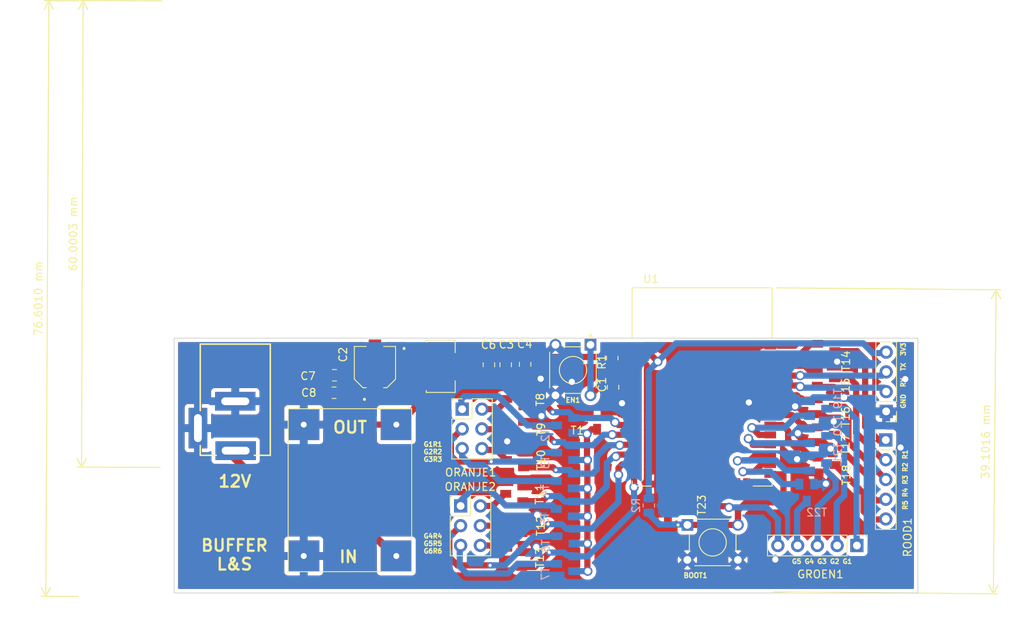
<source format=kicad_pcb>
(kicad_pcb (version 20211014) (generator pcbnew)
  (layers (0 "F.Cu" signal) (31 "B.Cu" signal) (34 "B.Paste" user) (35 "F.Paste" user) (36 "B.SilkS" user "B.Silkscreen") (37 "F.SilkS" user "F.Silkscreen") (38 "B.Mask" user) (39 "F.Mask" user) (44 "Edge.Cuts" user))
  (net 0 "")
  (net 1 "GND")
  (net 2 "r1")
  (net 3 "r2")
  (net 4 "r3")
  (net 5 "r4")
  (net 6 "r5")
  (net 7 "o1g")
  (net 8 "o1r")
  (net 9 "o2g")
  (net 10 "o2r")
  (net 11 "o3g")
  (net 12 "o3r")
  (net 13 "g1")
  (net 14 "g2")
  (net 15 "g3")
  (net 16 "g4")
  (net 17 "Net-(T1-Pad3)")
  (net 18 "Net-(T1-Pad1)")
  (net 19 "Net-(T2-Pad1)")
  (net 20 "Net-(T3-Pad1)")
  (net 21 "Net-(T10-Pad1)")
  (net 22 "Net-(T11-Pad1)")
  (net 23 "Net-(T12-Pad1)")
  (net 24 "Net-(T13-Pad1)")
  (net 25 "Net-(T14-Pad1)")
  (net 26 "Net-(T15-Pad1)")
  (net 27 "Net-(T16-Pad1)")
  (net 28 "Net-(T17-Pad1)")
  (net 29 "Net-(T18-Pad1)")
  (net 30 "Net-(T19-Pad1)")
  (net 31 "Net-(T20-Pad1)")
  (net 32 "Net-(T21-Pad1)")
  (net 33 "Net-(T22-Pad1)")
  (net 34 "Net-(T23-Pad1)")
  (net 48 "+3V3")
  (net 49 "Net-(J1-Pad2)")
  (net 50 "Net-(J1-Pad3)")
  (net 51 "Net-(C7-Pad2)")
  (net 52 "Net-(J2-Pad1)")
  (net 53 "o4g")
  (net 54 "o5g")
  (net 55 "o6g")
  (net 56 "o4r")
  (net 57 "o5r")
  (net 58 "o6r")
  (net 59 "g5")
  (net 60 "Net-(C1-Pad2)")
  (net 61 "Net-(R2-Pad2)")
  (footprint "libraries:CAP_EEE0JA101WR" (layer "F.Cu") (at 114.1 66.7 90)
    (fp_text reference "C2")
    (fp_text value "220u")
  )
  (footprint "libraries:SOT23" (layer "F.Cu") (at 172.05 71.8 -90)
    (fp_text reference "T16")
    (fp_text value "r3")
  )
  (footprint "libraries:GCT_DCJ200-10-A-XX-X_REVA" (layer "F.Cu") (at 96.15 70.9 180)
    (fp_text reference "J2")
    (fp_text value "DCJ200-10-A-XX-X_REVA" hide)
  )
  (footprint "Resistor_SMD:R_0805_2012Metric" (layer "F.Cu") (at 144.6 65.55 -90)
    (fp_text reference "R1")
    (fp_text value "10k")
  )
  (footprint "Connector_PinHeader_2.54mm:PinHeader_1x05_P2.54mm_Vertical" (layer "F.Cu") (at 176.04 89.65 -90)
    (fp_text reference "GROEN1")
    (fp_text value "Groen")
  )
  (footprint "Connector_PinHeader_2.54mm:PinHeader_1x05_P2.54mm_Vertical" (layer "F.Cu") (at 179.75 76.08)
    (fp_text reference "ROOD1")
    (fp_text value "Rood")
  )
  (footprint "libraries:SW_1825910-6-4" (layer "F.Cu") (at 157.5 89.25)
    (fp_text reference "BOOT1")
    (fp_text value "BOOT")
  )
  (footprint "Capacitor_SMD:C_0805_2012Metric" (layer "F.Cu") (at 128.75 66.4 -90)
    (fp_text reference "C6")
    (fp_text value "4.7u")
  )
  (footprint "libraries:SOT23" (layer "F.Cu") (at 132.1 78.65 90)
    (fp_text reference "T10")
    (fp_text value "o3r")
  )
  (footprint "libraries:SOT23" (layer "F.Cu") (at 172.1 64.65 -90)
    (fp_text reference "T14")
    (fp_text value "r1")
  )
  (footprint "libraries:SOT23" (layer "F.Cu") (at 132.15 70.8 90)
    (fp_text reference "T8")
    (fp_text value "o1r")
  )
  (footprint "libraries:SOT23" (layer "F.Cu") (at 142.65 73.6 180)
    (fp_text reference "T1")
    (fp_text value "signaal oranje")
  )
  (footprint "Capacitor_SMD:C_0805_2012Metric" (layer "F.Cu") (at 108.85 70)
    (fp_text reference "C7")
    (fp_text value "0.1u")
  )
  (footprint "libraries:Buck Converter" (layer "F.Cu") (at 110.914 82.449 -90)
    (fp_text reference "PS1" hide)
    (fp_text value "ITX0512SA" hide)
  )
  (footprint "libraries:XCVR_ESP32-WROOM-32E_(16MB)" (layer "F.Cu") (at 156.15 69.25)
    (fp_text reference "U1")
    (fp_text value "ESP32-WROOM-32E_(16MB)")
  )
  (footprint "libraries:SOT23" (layer "F.Cu") (at 152.85 84.6 -90)
    (fp_text reference "T23")
    (fp_text value "g5")
  )
  (footprint "Capacitor_SMD:C_0805_2012Metric" (layer "F.Cu") (at 130.9 66.4 -90)
    (fp_text reference "C3")
    (fp_text value "22u")
  )
  (footprint "libraries:SOT23" (layer "F.Cu") (at 131.85 91.45 90)
    (fp_text reference "T13")
    (fp_text value "06r")
  )
  (footprint "Capacitor_SMD:C_0805_2012Metric" (layer "F.Cu") (at 144.7 69.3 90)
    (fp_text reference "C1")
    (fp_text value "1u")
  )
  (footprint "Capacitor_SMD:C_0805_2012Metric" (layer "F.Cu") (at 133.4 66.35 -90)
    (fp_text reference "C4")
    (fp_text value "0.1u")
  )
  (footprint "Connector_PinHeader_2.54mm:PinHeader_1x04_P2.54mm_Vertical" (layer "F.Cu") (at 179.8 72.4 180)
    (fp_text reference "J1")
    (fp_text value "Conn_01x04_Female")
  )
  (footprint "libraries:SOT23" (layer "F.Cu") (at 172.05 68.15 -90)
    (fp_text reference "T15")
    (fp_text value "r2")
  )
  (footprint "libraries:SW_1825910-6-4" (layer "F.Cu") (at 139.55 67.085 -90)
    (fp_text reference "EN1")
    (fp_text value "ENABLE")
  )
  (footprint "libraries:SOT23" (layer "F.Cu") (at 132 83 90)
    (fp_text reference "T11")
    (fp_text value "o4r")
  )
  (footprint "libraries:SOT229P700X180-4N" (layer "F.Cu") (at 122.55 66.6)
    (fp_text reference "U2")
    (fp_text value "AMS1117")
  )
  (footprint "libraries:SOT23" (layer "F.Cu") (at 172.15 79.3 -90)
    (fp_text reference "T18")
    (fp_text value "r5")
  )
  (footprint "Connector_PinHeader_2.54mm:PinHeader_2x03_P2.54mm_Vertical" (layer "F.Cu") (at 125.11 84.56)
    (fp_text reference "ORANJE2")
    (fp_text value "Oranje2")
  )
  (footprint "libraries:SOT23" (layer "F.Cu") (at 132.1 74.7 90)
    (fp_text reference "T9")
    (fp_text value "o2r")
  )
  (footprint "libraries:SOT23" (layer "F.Cu") (at 131.9 87.1 90)
    (fp_text reference "T12")
    (fp_text value "o5r")
  )
  (footprint "Connector_PinHeader_2.54mm:PinHeader_2x03_P2.54mm_Vertical" (layer "F.Cu") (at 125.31 72.11)
    (fp_text reference "ORANJE1")
    (fp_text value "Oranje1")
  )
  (footprint "Capacitor_SMD:C_0805_2012Metric" (layer "F.Cu") (at 108.9 67.75 180)
    (fp_text reference "C8")
    (fp_text value "4.7u")
  )
  (footprint "libraries:SOT23" (layer "F.Cu") (at 172.05 75.4 -90)
    (fp_text reference "T17")
    (fp_text value "r4")
  )
  (footprint "libraries:SOT23" (layer "B.Cu") (at 171.05 75.55 90)
    (fp_text reference "T20")
    (fp_text value "g2")
  )
  (footprint "libraries:SOT23" (layer "B.Cu") (at 138.5 81.35 -90)
    (fp_text reference "T4")
    (fp_text value "o3g")
  )
  (footprint "libraries:SOT23" (layer "B.Cu") (at 171.05 72.05 90)
    (fp_text reference "T19")
    (fp_text value "g1")
  )
  (footprint "libraries:SOT23" (layer "B.Cu") (at 171.05 79.05 90)
    (fp_text reference "T21")
    (fp_text value "g3")
  )
  (footprint "libraries:SOT23" (layer "B.Cu") (at 138.55 74.2 -90)
    (fp_text reference "T2")
    (fp_text value "o1g")
  )
  (footprint "libraries:SOT23" (layer "B.Cu") (at 138.55 77.7 -90)
    (fp_text reference "T3")
    (fp_text value "o2g")
  )
  (footprint "libraries:SOT23" (layer "B.Cu") (at 138.5 84.95 -90)
    (fp_text reference "T5")
    (fp_text value "o4g")
  )
  (footprint "libraries:SOT23" (layer "B.Cu") (at 138.6 88.45 -90)
    (fp_text reference "T6")
    (fp_text value "o5g")
  )
  (footprint "libraries:SOT23" (layer "B.Cu") (at 138.55 92 -90)
    (fp_text reference "T7")
    (fp_text value "06g")
  )
  (footprint "Resistor_SMD:R_0805_2012Metric" (layer "B.Cu") (at 149.3 84.5 -90)
    (fp_text reference "R2")
    (fp_text value "10k")
  )
  (footprint "libraries:SOT23" (layer "B.Cu") (at 169.6 82.85)
    (fp_text reference "T22")
    (fp_text value "g4")
  )
  (gr_rect (start 88.3 62.98) (end 183.87 95.75) (layer "Edge.Cuts") (width 0.1) (fill none))
  (gr_text "12V" (at 96.1 81.4) (layer "F.SilkS") (effects (font (size 1.5 1.5) (thickness 0.3))))
  (gr_text "G1R1\nG2R2\nG3R3" (at 121.55 77.6) (layer "F.SilkS") (effects (font (size 0.6 0.6))))
  (gr_text "R5 R4 R3 R2 R1" (at 182.25 81.2 90) (layer "F.SilkS") (effects (font (size 0.6 0.6))))
  (gr_text "IN" (at 110.7 91.1) (layer "F.SilkS") (effects (font (size 1.5 1.5) (thickness 0.3))))
  (gr_text "G4R4\nG5R5\nG6R6" (at 121.55 89.4) (layer "F.SilkS") (effects (font (size 0.6 0.6))))
  (gr_text "GND  RX  TX  3V3" (at 182 67.8 90) (layer "F.SilkS") (effects (font (size 0.6 0.6))))
  (gr_text "G5 G4 G3 G2 G1" (at 171.55 91.7) (layer "F.SilkS") (effects (font (size 0.6 0.6))))
  (gr_text "OUT\n" (at 110.9 74.45) (layer "F.SilkS") (effects (font (size 1.5 1.5) (thickness 0.3))))
  (gr_text "BUFFER\nL&S" (at 96.05 90.85) (layer "F.SilkS") (effects (font (size 1.5 1.5) (thickness 0.3))))
  (dimension (type aligned) (layer "F.SilkS") (pts (xy 165.15 56.5) (xy 164.8 95.6)) (height -28.775573) (gr_text "39,1016 mm" (at 192.599466 76.297278 89.48713588) (layer "F.SilkS") (effects (font (size 1 1) (thickness 0.15)))) (format (units 3) (units_format 1) (precision 4)) (style (thickness 0.15) (arrow_length 1.27) (text_position_mode 0) (extension_height 0.58642) (extension_offset 0.5) keep_text_aligned))
  (dimension (type aligned) (layer "F.SilkS") (pts (xy 76.8 19.6) (xy 76.4 96.2)) (height 4.599937) (gr_text "76,6010 mm" (at 70.850142 57.869975 89.70080805) (layer "F.SilkS") (effects (font (size 1 1) (thickness 0.15)))) (format (units 3) (units_format 1) (precision 4)) (style (thickness 0.15) (arrow_length 1.27) (text_position_mode 0) (extension_height 0.58642) (extension_offset 0.5) keep_text_aligned))
  (dimension (type aligned) (layer "F.SilkS") (pts (xy 87 79.6) (xy 87.2 19.6)) (height -10.604607) (gr_text "60,0003 mm" (at 75.345458 49.560819 89.80901478) (layer "F.SilkS") (effects (font (size 1 1) (thickness 0.15)))) (format (units 3) (units_format 1) (precision 4)) (style (thickness 0.15) (arrow_length 1.27) (text_position_mode 0) (extension_height 0.58642) (extension_offset 0.5) keep_text_aligned))
  (segment (start 171.6 72.75) (end 172.55 73.7) (width 0.8) (layer "F.Cu") (net 1))
  (segment (start 170.95 72.75) (end 171.6 72.75) (width 0.8) (layer "F.Cu") (net 1))
  (segment (start 170.95 76.35) (end 171.8 76.35) (width 0.8) (layer "F.Cu") (net 1))
  (segment (start 171.05 80.7) (end 172.05 81.7) (width 0.8) (layer "F.Cu") (net 1))
  (segment (start 171.05 80.25) (end 170.05 80.25) (width 0.8) (layer "F.Cu") (net 1))
  (segment (start 170.95 69.1) (end 171.099511 69.249511) (width 0.8) (layer "F.Cu") (net 1))
  (segment (start 133.2 77.7) (end 132.55 77.7) (width 0.8) (layer "F.Cu") (net 1))
  (segment (start 170.05 80.25) (end 168.35 78.55) (width 0.8) (layer "F.Cu") (net 1))
  (segment (start 171 65.6) (end 171.4 66) (width 0.8) (layer "F.Cu") (net 1))
  (segment (start 171.8 76.35) (end 172.65 77.2) (width 0.8) (layer "F.Cu") (net 1))
  (segment (start 132.55 77.7) (end 131.1 76.25) (width 0.8) (layer "F.Cu") (net 1))
  (segment (start 171.099511 69.249511) (end 173.04718 69.249511) (width 0.8) (layer "F.Cu") (net 1))
  (segment (start 172.55 73.7) (end 173.05 73.7) (width 0.8) (layer "F.Cu") (net 1))
  (segment (start 173.04718 69.249511) (end 174.393729 70.59606) (width 0.8) (layer "F.Cu") (net 1))
  (segment (start 171.4 66) (end 173.5 66) (width 0.8) (layer "F.Cu") (net 1))
  (segment (start 171.05 80.25) (end 171.05 80.7) (width 0.8) (layer "F.Cu") (net 1))
  (via (at 145.85 71.35) (size 1.2) (drill 0.8) (layers "F.Cu" "B.Cu") (net 1))
  (via (at 139.4 68.6) (size 1.2) (drill 0.8) (layers "F.Cu" "B.Cu") (net 1))
  (via (at 174.393729 70.59606) (size 1.2) (drill 0.8) (layers "F.Cu" "B.Cu") (net 1))
  (via (at 182.25 68.25) (size 1.2) (drill 0.8) (layers "F.Cu" "B.Cu") (net 1))
  (via (at 173.05 73.7) (size 1.2) (drill 0.8) (layers "F.Cu" "B.Cu") (net 1))
  (via (at 135.4 68.2) (size 1.2) (drill 0.8) (layers "F.Cu" "B.Cu") (net 1))
  (via (at 135.5 73) (size 1.2) (drill 0.8) (layers "F.Cu" "B.Cu") (net 1))
  (via (at 131.1 76.25) (size 1.2) (drill 0.8) (layers "F.Cu" "B.Cu") (net 1))
  (via (at 168.1 71.75) (size 1.2) (drill 0.8) (layers "F.Cu" "B.Cu") (net 1))
  (via (at 172.05 81.7) (size 1.2) (drill 0.8) (layers "F.Cu" "B.Cu") (net 1))
  (via (at 134.95 85.7) (size 1.2) (drill 0.8) (layers "F.Cu" "B.Cu") (net 1))
  (via (at 162.15 71.25) (size 1.2) (drill 0.8) (layers "F.Cu" "B.Cu") (net 1))
  (via (at 134.835107 89.840409) (size 1.2) (drill 0.8) (layers "F.Cu" "B.Cu") (net 1))
  (via (at 173.5 66) (size 1.2) (drill 0.8) (layers "F.Cu" "B.Cu") (net 1))
  (via (at 181.65 77.05) (size 1.2) (drill 0.8) (layers "F.Cu" "B.Cu") (net 1))
  (via (at 172.65 77.2) (size 1.2) (drill 0.8) (layers "F.Cu" "B.Cu") (net 1))
  (via (at 168.45 75.2) (size 1.2) (drill 0.8) (layers "F.Cu" "B.Cu") (net 1))
  (via (at 165.55 91.45) (size 1.2) (drill 0.8) (layers "F.Cu" "B.Cu") (net 1))
  (via (at 168.35 78.55) (size 1.2) (drill 0.8) (layers "F.Cu" "B.Cu") (net 1))
  (segment (start 171.899511 77.950489) (end 172.65 77.2) (width 0.8) (layer "B.Cu") (net 1))
  (segment (start 170.45394 70.59606) (end 174.393729 70.59606) (width 0.8) (layer "B.Cu") (net 1))
  (segment (start 168.35 78.55) (end 169.35 78.55) (width 0.8) (layer "B.Cu") (net 1))
  (segment (start 169.95 78.1) (end 170.099511 77.950489) (width 0.8) (layer "B.Cu") (net 1))
  (segment (start 170.55 81.75) (end 172 81.75) (width 0.8) (layer "B.Cu") (net 1))
  (segment (start 170.099511 74.450489) (end 172.299511 74.450489) (width 0.8) (layer "B.Cu") (net 1))
  (segment (start 169.95 74.6) (end 170.099511 74.450489) (width 0.8) (layer "B.Cu") (net 1))
  (segment (start 169.05 71) (end 170 71) (width 0.8) (layer "B.Cu") (net 1))
  (segment (start 168.3 71.75) (end 169.05 71) (width 0.8) (layer "B.Cu") (net 1))
  (segment (start 169.35 78.55) (end 169.9 78) (width 0.8) (layer "B.Cu") (net 1))
  (segment (start 170.099511 77.950489) (end 171.899511 77.950489) (width 0.8) (layer "B.Cu") (net 1))
  (segment (start 172.299511 74.450489) (end 173.05 73.7) (width 0.8) (layer "B.Cu") (net 1))
  (segment (start 172 81.75) (end 172.05 81.7) (width 0.8) (layer "B.Cu") (net 1))
  (segment (start 169.95 71.1) (end 170.45394 70.59606) (width 0.8) (layer "B.Cu") (net 1))
  (segment (start 177.1 65.699103) (end 177.1 74.35) (width 0.8) (layer "F.Cu") (net 2))
  (segment (start 176.050897 64.65) (end 177.1 65.699103) (width 0.8) (layer "F.Cu") (net 2))
  (segment (start 177.1 74.35) (end 178.9 76.15) (width 0.8) (layer "F.Cu") (net 2))
  (segment (start 178.9 76.15) (end 179.7 76.15) (width 0.8) (layer "F.Cu") (net 2))
  (segment (start 173.2 64.65) (end 176.050897 64.65) (width 0.8) (layer "F.Cu") (net 2))
  (segment (start 175.95 75.179022) (end 175.95 68.95) (width 0.8) (layer "F.Cu") (net 3))
  (segment (start 175.15 68.15) (end 173.15 68.15) (width 0.8) (layer "F.Cu") (net 3))
  (segment (start 179.390978 78.62) (end 175.95 75.179022) (width 0.8) (layer "F.Cu") (net 3))
  (segment (start 175.95 68.95) (end 175.15 68.15) (width 0.8) (layer "F.Cu") (net 3))
  (segment (start 179.75 78.62) (end 179.390978 78.62) (width 0.8) (layer "F.Cu") (net 3))
  (segment (start 173.15 71.8) (end 174.45 71.8) (width 0.8) (layer "F.Cu") (net 4))
  (segment (start 174.45 71.8) (end 174.95048 72.30048) (width 0.8) (layer "F.Cu") (net 4))
  (segment (start 174.95048 75.34952) (end 174.95 75.35) (width 0.8) (layer "F.Cu") (net 4))
  (segment (start 179.75 81.16) (end 174.95 76.36) (width 0.8) (layer "F.Cu") (net 4))
  (segment (start 174.95 76.36) (end 174.95 75.35) (width 0.8) (layer "F.Cu") (net 4))
  (segment (start 174.95048 72.30048) (end 174.95048 75.34952) (width 0.8) (layer "F.Cu") (net 4))
  (segment (start 177.9 83.25) (end 178.5 83.85) (width 0.8) (layer "F.Cu") (net 5))
  (segment (start 179.65 83.85) (end 179.75 83.75) (width 0.8) (layer "F.Cu") (net 5))
  (segment (start 178.5 83.85) (end 179.65 83.85) (width 0.8) (layer "F.Cu") (net 5))
  (segment (start 173.95 77.2) (end 177.9 81.15) (width 0.8) (layer "F.Cu") (net 5))
  (segment (start 173.15 75.4) (end 173.95 76.2) (width 0.8) (layer "F.Cu") (net 5))
  (segment (start 177.9 81.15) (end 177.9 83.25) (width 0.8) (layer "F.Cu") (net 5))
  (segment (start 173.95 76.2) (end 173.95 77.2) (width 0.8) (layer "F.Cu") (net 5))
  (segment (start 173.15 75.4) (end 173.25 75.4) (width 0.8) (layer "F.Cu") (net 5))
  (segment (start 173.25 79.3) (end 176.9 82.95) (width 0.8) (layer "F.Cu") (net 6))
  (segment (start 176.9 82.95) (end 176.9 85.25) (width 0.8) (layer "F.Cu") (net 6))
  (segment (start 177.95 86.3) (end 179.7 86.3) (width 0.8) (layer "F.Cu") (net 6))
  (segment (start 176.9 85.25) (end 177.95 86.3) (width 0.8) (layer "F.Cu") (net 6))
  (segment (start 125.6 70.45) (end 125.2 70.85) (width 0.8) (layer "B.Cu") (net 7))
  (segment (start 125.2 70.85) (end 125.2 72.2) (width 0.8) (layer "B.Cu") (net 7))
  (segment (start 133.7 74.2) (end 129.95 70.45) (width 0.8) (layer "B.Cu") (net 7))
  (segment (start 137.45 74.2) (end 133.7 74.2) (width 0.8) (layer "B.Cu") (net 7))
  (segment (start 129.95 70.45) (end 125.6 70.45) (width 0.8) (layer "B.Cu") (net 7))
  (segment (start 127.85 72.11) (end 129.89 72.11) (width 0.8) (layer "F.Cu") (net 8))
  (segment (start 129.89 72.11) (end 131.1 70.9) (width 0.8) (layer "F.Cu") (net 8))
  (segment (start 125.31 74.65) (end 123.860489 76.099511) (width 0.8) (layer "F.Cu") (net 9))
  (segment (start 123.860489 78.110489) (end 124.6 78.85) (width 0.8) (layer "F.Cu") (net 9))
  (segment (start 124.6 78.85) (end 129.05 78.85) (width 0.8) (layer "F.Cu") (net 9))
  (segment (start 123.860489 76.099511) (end 123.860489 78.110489) (width 0.8) (layer "F.Cu") (net 9))
  (via (at 129.05 78.85) (size 0.8) (drill 0.4) (layers "F.Cu" "B.Cu") (net 9))
  (segment (start 135.7 77.7) (end 134.55 78.85) (width 0.8) (layer "B.Cu") (net 9))
  (segment (start 137.45 77.7) (end 135.7 77.7) (width 0.8) (layer "B.Cu") (net 9))
  (segment (start 134.55 78.85) (end 129.05 78.85) (width 0.8) (layer "B.Cu") (net 9))
  (segment (start 130.95 74.7) (end 127.65 74.7) (width 0.8) (layer "F.Cu") (net 10))
  (segment (start 127.65 74.7) (end 127.65 74.65) (width 0.8) (layer "F.Cu") (net 10))
  (segment (start 125.31 78.21) (end 126.4 79.3) (width 0.8) (layer "B.Cu") (net 11))
  (segment (start 125.31 77.19) (end 125.31 78.21) (width 0.8) (layer "B.Cu") (net 11))
  (segment (start 128.05 79.3) (end 130.1 81.35) (width 0.8) (layer "B.Cu") (net 11))
  (segment (start 130.1 81.35) (end 137.4 81.35) (width 0.8) (layer "B.Cu") (net 11))
  (segment (start 126.4 79.3) (end 128.05 79.3) (width 0.8) (layer "B.Cu") (net 11))
  (segment (start 131 78.65) (end 129.7 77.35) (width 0.8) (layer "F.Cu") (net 12))
  (segment (start 127.95 77.35) (end 127.9 77.4) (width 0.8) (layer "F.Cu") (net 12))
  (segment (start 129.7 77.35) (end 127.95 77.35) (width 0.8) (layer "F.Cu") (net 12))
  (segment (start 176 89.65) (end 176.05 89.7) (width 0.8) (layer "B.Cu") (net 13))
  (segment (start 176.04 88.89) (end 176 88.85) (width 0.8) (layer "B.Cu") (net 13))
  (segment (start 176.04 89.65) (end 176.04 88.89) (width 0.8) (layer "B.Cu") (net 13))
  (segment (start 176 73.45) (end 176 88.85) (width 0.8) (layer "B.Cu") (net 13))
  (segment (start 172.15 72.05) (end 174.6 72.05) (width 0.8) (layer "B.Cu") (net 13))
  (segment (start 176 88.85) (end 176 89.65) (width 0.8) (layer "B.Cu") (net 13))
  (segment (start 174.6 72.05) (end 176 73.45) (width 0.8) (layer "B.Cu") (net 13))
  (segment (start 173.44 88.79) (end 173.44 89.56) (width 0.8) (layer "B.Cu") (net 14))
  (segment (start 173.35 75.55) (end 172.15 75.55) (width 0.8) (layer "B.Cu") (net 14))
  (segment (start 173.5 89.65) (end 173.5 88.85) (width 0.8) (layer "B.Cu") (net 14))
  (segment (start 174.4 83.25) (end 174.4 76.6) (width 0.8) (layer "B.Cu") (net 14))
  (segment (start 173.44 84.21) (end 173.44 88.79) (width 0.8) (layer "B.Cu") (net 14))
  (segment (start 174.4 76.6) (end 173.35 75.55) (width 0.8) (layer "B.Cu") (net 14))
  (segment (start 173.44 84.21) (end 174.4 83.25) (width 0.8) (layer "B.Cu") (net 14))
  (segment (start 173.5 88.85) (end 173.44 88.79) (width 0.8) (layer "B.Cu") (net 14))
  (segment (start 173.44 89.56) (end 173.4 89.6) (width 0.8) (layer "B.Cu") (net 14))
  (segment (start 172.1 80.05) (end 173.3 81.25) (width 0.8) (layer "B.Cu") (net 15))
  (segment (start 170.99 84.71) (end 170.99 88.86) (width 0.8) (layer "B.Cu") (net 15))
  (segment (start 170.99 89.56) (end 170.85 89.7) (width 0.8) (layer "B.Cu") (net 15))
  (segment (start 170.99 88.86) (end 170.99 89.56) (width 0.8) (layer "B.Cu") (net 15))
  (segment (start 170.96 89.65) (end 170.96 88.89) (width 0.8) (layer "B.Cu") (net 15))
  (segment (start 172.1 79.1) (end 172.1 80.05) (width 0.8) (layer "B.Cu") (net 15))
  (segment (start 173.3 82.4) (end 170.99 84.71) (width 0.8) (layer "B.Cu") (net 15))
  (segment (start 170.96 88.89) (end 170.99 88.86) (width 0.8) (layer "B.Cu") (net 15))
  (segment (start 173.3 81.25) (end 173.3 82.4) (width 0.8) (layer "B.Cu") (net 15))
  (segment (start 169.6 83.95) (end 168.35 85.2) (width 0.8) (layer "B.Cu") (net 16))
  (segment (start 168.35 89.45) (end 168.55 89.65) (width 0.8) (layer "B.Cu") (net 16))
  (segment (start 168.35 85.2) (end 168.35 89.45) (width 0.8) (layer "B.Cu") (net 16))
  (segment (start 141.4 78.65) (end 141.4 82.3) (width 0.8) (layer "F.Cu") (net 17))
  (segment (start 141.4 89.4) (end 141.4 92.95) (width 0.8) (layer "F.Cu") (net 17))
  (segment (start 141.4 82.3) (end 141.4 85.9) (width 0.8) (layer "F.Cu") (net 17))
  (segment (start 141.95 74.7) (end 141.35 75.3) (width 0.8) (layer "F.Cu") (net 17))
  (segment (start 141.35 75.3) (end 141.35 78.6) (width 0.8) (layer "F.Cu") (net 17))
  (segment (start 141.4 85.9) (end 141.4 89.75) (width 0.8) (layer "F.Cu") (net 17))
  (segment (start 142.65 74.7) (end 141.95 74.7) (width 0.8) (layer "F.Cu") (net 17))
  (segment (start 141.35 78.6) (end 141.4 78.65) (width 0.8) (layer "F.Cu") (net 17))
  (via (at 141.4 89.4) (size 1.2) (drill 0.8) (layers "F.Cu" "B.Cu") (net 17))
  (via (at 141.4 82.3) (size 1.2) (drill 0.8) (layers "F.Cu" "B.Cu") (net 17))
  (via (at 141.45 92.95) (size 1.2) (drill 0.8) (layers "F.Cu" "B.Cu") (net 17))
  (via (at 141.4 85.9) (size 1.2) (drill 0.8) (layers "F.Cu" "B.Cu") (net 17))
  (via (at 141.4 78.65) (size 1.2) (drill 0.8) (layers "F.Cu" "B.Cu") (net 17))
  (via (at 141.35 75.3) (size 1.2) (drill 0.8) (layers "F.Cu" "B.Cu") (net 17))
  (segment (start 139.6 82.3) (end 141.4 82.3) (width 0.8) (layer "B.Cu") (net 17))
  (segment (start 141.2 75.15) (end 141.35 75.3) (width 0.8) (layer "B.Cu") (net 17))
  (segment (start 139.65 92.95) (end 141.45 92.95) (width 0.8) (layer "B.Cu") (net 17))
  (segment (start 139.65 75.15) (end 141.2 75.15) (width 0.8) (layer "B.Cu") (net 17))
  (segment (start 139.7 89.4) (end 141.4 89.4) (width 0.8) (layer "B.Cu") (net 17))
  (segment (start 139.6 85.9) (end 141.4 85.9) (width 0.8) (layer "B.Cu") (net 17))
  (segment (start 139.65 78.65) (end 141.4 78.65) (width 0.8) (layer "B.Cu") (net 17))
  (segment (start 147.4 72.88) (end 145.93 72.88) (width 0.8) (layer "F.Cu") (net 18))
  (segment (start 143.6 72.5) (end 145.346366 72.5) (width 0.8) (layer "F.Cu") (net 18))
  (segment (start 145.346366 72.5) (end 145.573183 72.726817) (width 0.8) (layer "F.Cu") (net 18))
  (segment (start 133.4 71.75) (end 136.2 71.75) (width 0.8) (layer "F.Cu") (net 19))
  (segment (start 147.4 74.15) (end 145.4 74.15) (width 0.8) (layer "F.Cu") (net 19))
  (segment (start 145.4 74.15) (end 145.35 74.1) (width 0.8) (layer "F.Cu") (net 19))
  (segment (start 136.2 71.75) (end 136.95 72.5) (width 0.8) (layer "F.Cu") (net 19))
  (via (at 144.95 73.8) (size 1.2) (drill 0.8) (layers "F.Cu" "B.Cu") (net 19))
  (via (at 136.95 72.5) (size 0.8) (drill 0.4) (layers "F.Cu" "B.Cu") (net 19))
  (segment (start 136.95 72.5) (end 139 72.5) (width 0.8) (layer "B.Cu") (net 19))
  (segment (start 144.4 73.25) (end 144.95 73.8) (width 0.8) (layer "B.Cu") (net 19))
  (segment (start 139.65 73.25) (end 144.4 73.25) (width 0.8) (layer "B.Cu") (net 19))
  (segment (start 139 72.5) (end 139.65 73.15) (width 0.8) (layer "B.Cu") (net 19))
  (segment (start 133.15 75.65) (end 136.45 75.65) (width 0.8) (layer "F.Cu") (net 20))
  (segment (start 146.57 75.42) (end 146.55 75.4) (width 0.8) (layer "F.Cu") (net 20))
  (segment (start 146.55 75.4) (end 147.45 75.4) (width 0.8) (layer "F.Cu") (net 20))
  (segment (start 136.45 75.65) (end 137.15 76.35) (width 0.8) (layer "F.Cu") (net 20))
  (segment (start 147.4 75.42) (end 146.57 75.42) (width 0.8) (layer "F.Cu") (net 20))
  (segment (start 146.55 75.4) (end 144.6 75.4) (width 0.8) (layer "F.Cu") (net 20))
  (via (at 137.15 76.35) (size 0.8) (drill 0.4) (layers "F.Cu" "B.Cu") (net 20))
  (via (at 144.6 75.4) (size 1.2) (drill 0.8) (layers "F.Cu" "B.Cu") (net 20))
  (segment (start 142.15 76.75) (end 143.5 75.4) (width 0.8) (layer "B.Cu") (net 20))
  (segment (start 138.85 76.85) (end 139.6 76.85) (width 0.8) (layer "B.Cu") (net 20))
  (segment (start 139.65 76.75) (end 142.15 76.75) (width 0.8) (layer "B.Cu") (net 20))
  (segment (start 138.35 76.35) (end 138.85 76.85) (width 0.8) (layer "B.Cu") (net 20))
  (segment (start 143.5 75.4) (end 144.6 75.4) (width 0.8) (layer "B.Cu") (net 20))
  (segment (start 137.15 76.35) (end 138.35 76.35) (width 0.8) (layer "B.Cu") (net 20))
  (segment (start 137 79.6) (end 137.35 79.95) (width 0.8) (layer "F.Cu") (net 21))
  (segment (start 147.4 76.69) (end 145.61 76.69) (width 0.8) (layer "F.Cu") (net 21))
  (segment (start 133.2 79.6) (end 137 79.6) (width 0.8) (layer "F.Cu") (net 21))
  (segment (start 145.61 76.69) (end 145.55 76.75) (width 0.8) (layer "F.Cu") (net 21))
  (via (at 137.35 79.95) (size 0.8) (drill 0.4) (layers "F.Cu" "B.Cu") (net 21))
  (via (at 145.55 76.75) (size 1.2) (drill 0.8) (layers "F.Cu" "B.Cu") (net 21))
  (segment (start 144.05 76.75) (end 145.55 76.75) (width 0.8) (layer "B.Cu") (net 21))
  (segment (start 144.05 76.75) (end 142.599511 78.200489) (width 0.8) (layer "B.Cu") (net 21))
  (segment (start 139.15 79.95) (end 137.35 79.95) (width 0.8) (layer "B.Cu") (net 21))
  (segment (start 142.599511 79.900489) (end 142.1 80.4) (width 0.8) (layer "B.Cu") (net 21))
  (segment (start 139.6 80.4) (end 139.15 79.95) (width 0.8) (layer "B.Cu") (net 21))
  (segment (start 139.6 80.4) (end 142.1 80.4) (width 0.8) (layer "B.Cu") (net 21))
  (segment (start 142.599511 78.200489) (end 142.599511 79.900489) (width 0.8) (layer "B.Cu") (net 21))
  (segment (start 147.4 77.96) (end 145.29 77.96) (width 0.8) (layer "F.Cu") (net 22))
  (segment (start 133 83.95) (end 135.6 83.95) (width 0.8) (layer "F.Cu") (net 22))
  (segment (start 135.6 83.95) (end 136.25 83.3) (width 0.8) (layer "F.Cu") (net 22))
  (segment (start 145.29 77.96) (end 145.05 78.2) (width 0.8) (layer "F.Cu") (net 22))
  (via (at 145.05 78.2) (size 1.2) (drill 0.8) (layers "F.Cu" "B.Cu") (net 22))
  (via (at 136.25 83.3) (size 0.8) (drill 0.4) (layers "F.Cu" "B.Cu") (net 22))
  (segment (start 137.8 83.3) (end 136.25 83.3) (width 0.8) (layer "B.Cu") (net 22))
  (segment (start 139.6 84) (end 141.95 84) (width 0.8) (layer "B.Cu") (net 22))
  (segment (start 138.5 84) (end 137.8 83.3) (width 0.8) (layer "B.Cu") (net 22))
  (segment (start 139.6 84) (end 138.5 84) (width 0.8) (layer "B.Cu") (net 22))
  (segment (start 143.9 79.05) (end 144.75 78.2) (width 0.8) (layer "B.Cu") (net 22))
  (segment (start 141.95 84) (end 143.9 82.05) (width 0.8) (layer "B.Cu") (net 22))
  (segment (start 143.9 82.05) (end 143.9 79.05) (width 0.8) (layer "B.Cu") (net 22))
  (segment (start 144.75 78.2) (end 145.05 78.2) (width 0.8) (layer "B.Cu") (net 22))
  (segment (start 147.4 79.23) (end 145.85 79.23) (width 0.8) (layer "F.Cu") (net 23))
  (segment (start 145.4 79.68) (end 145.4 80.55) (width 0.8) (layer "F.Cu") (net 23))
  (segment (start 136.35 86.9) (end 135.3 87.95) (width 0.8) (layer "F.Cu") (net 23))
  (segment (start 145.85 79.23) (end 145.4 79.68) (width 0.8) (layer "F.Cu") (net 23))
  (segment (start 135.3 87.95) (end 133.05 87.95) (width 0.8) (layer "F.Cu") (net 23))
  (via (at 145.4 80.55) (size 1.2) (drill 0.8) (layers "F.Cu" "B.Cu") (net 23))
  (via (at 136.35 86.9) (size 0.8) (drill 0.4) (layers "F.Cu" "B.Cu") (net 23))
  (segment (start 138.7 87.5) (end 138.1 86.9) (width 0.8) (layer "B.Cu") (net 23))
  (segment (start 145.4 84.05) (end 145.4 80.55) (width 0.8) (layer "B.Cu") (net 23))
  (segment (start 141.95 87.5) (end 145.4 84.05) (width 0.8) (layer "B.Cu") (net 23))
  (segment (start 139.7 87.5) (end 138.7 87.5) (width 0.8) (layer "B.Cu") (net 23))
  (segment (start 138.1 86.9) (end 136.35 86.9) (width 0.8) (layer "B.Cu") (net 23))
  (segment (start 139.7 87.5) (end 141.95 87.5) (width 0.8) (layer "B.Cu") (net 23))
  (segment (start 147.4 80.5) (end 147.4 82.15) (width 0.8) (layer "F.Cu") (net 24))
  (segment (start 132.95 92.4) (end 134.65 92.4) (width 0.8) (layer "F.Cu") (net 24))
  (segment (start 134.65 92.4) (end 136.5 90.55) (width 0.8) (layer "F.Cu") (net 24))
  (via (at 147.4 82.15) (size 1.2) (drill 0.8) (layers "F.Cu" "B.Cu") (net 24))
  (via (at 136.5 90.55) (size 0.8) (drill 0.4) (layers "F.Cu" "B.Cu") (net 24))
  (segment (start 139.500489 90.900489) (end 138.750489 90.900489) (width 0.8) (layer "B.Cu") (net 24))
  (segment (start 138.4 90.55) (end 136.5 90.55) (width 0.8) (layer "B.Cu") (net 24))
  (segment (start 139.65 91.05) (end 141.446366 91.05) (width 0.8) (layer "B.Cu") (net 24))
  (segment (start 139.65 91.05) (end 139.500489 90.900489) (width 0.8) (layer "B.Cu") (net 24))
  (segment (start 147.4 85.096366) (end 147.4 82.15) (width 0.8) (layer "B.Cu") (net 24))
  (segment (start 138.750489 90.900489) (end 138.4 90.55) (width 0.8) (layer "B.Cu") (net 24))
  (segment (start 141.446366 91.05) (end 147.4 85.096366) (width 0.8) (layer "B.Cu") (net 24))
  (segment (start 170.15 63.7) (end 171 63.7) (width 0.8) (layer "F.Cu") (net 25))
  (segment (start 164.9 65.26) (end 168.59 65.26) (width 0.8) (layer "F.Cu") (net 25))
  (segment (start 168.59 65.26) (end 170.15 63.7) (width 0.8) (layer "F.Cu") (net 25))
  (segment (start 169.33 66.53) (end 170 67.2) (width 0.8) (layer "F.Cu") (net 26))
  (segment (start 164.9 66.53) (end 169.33 66.53) (width 0.8) (layer "F.Cu") (net 26))
  (segment (start 170 67.2) (end 170.95 67.2) (width 0.8) (layer "F.Cu") (net 26))
  (segment (start 168.34 70.34) (end 168.726817 70.726817) (width 0.8) (layer "F.Cu") (net 27))
  (segment (start 168.726817 70.726817) (end 168.926817 70.726817) (width 0.8) (layer "F.Cu") (net 27))
  (segment (start 164.9 70.34) (end 168.34 70.34) (width 0.8) (layer "F.Cu") (net 27))
  (segment (start 169.1 70.9) (end 170.4 70.9) (width 0.8) (layer "F.Cu") (net 27))
  (segment (start 168.926817 70.726817) (end 169.1 70.9) (width 0.8) (layer "F.Cu") (net 27))
  (segment (start 168.800489 74.000489) (end 169.093045 74.000489) (width 0.8) (layer "F.Cu") (net 28))
  (segment (start 164.9 72.88) (end 167.68 72.88) (width 0.8) (layer "F.Cu") (net 28))
  (segment (start 169.546278 74.453722) (end 170.846278 74.453722) (width 0.8) (layer "F.Cu") (net 28))
  (segment (start 170.846278 74.453722) (end 170.9 74.4) (width 0.8) (layer "F.Cu") (net 28))
  (segment (start 167.68 72.88) (end 168.800489 74.000489) (width 0.8) (layer "F.Cu") (net 28))
  (segment (start 169.093045 74.000489) (end 169.546278 74.453722) (width 0.8) (layer "F.Cu") (net 28))
  (segment (start 168.95 77.1) (end 170.15 78.3) (width 0.8) (layer "F.Cu") (net 29))
  (segment (start 167.2 76.1) (end 168.2 77.1) (width 0.8) (layer "F.Cu") (net 29))
  (segment (start 167.2 74.9) (end 167.2 76.1) (width 0.8) (layer "F.Cu") (net 29))
  (segment (start 166.45 74.15) (end 167.2 74.9) (width 0.8) (layer "F.Cu") (net 29))
  (segment (start 164.9 74.15) (end 166.45 74.15) (width 0.8) (layer "F.Cu") (net 29))
  (segment (start 168.2 77.1) (end 168.95 77.1) (width 0.8) (layer "F.Cu") (net 29))
  (segment (start 170.15 78.3) (end 171.1 78.3) (width 0.8) (layer "F.Cu") (net 29))
  (segment (start 163.47 75.42) (end 162.55 74.5) (width 0.8) (layer "F.Cu") (net 30))
  (segment (start 164.9 75.42) (end 163.47 75.42) (width 0.8) (layer "F.Cu") (net 30))
  (via (at 162.55 74.5) (size 1.2) (drill 0.8) (layers "F.Cu" "B.Cu") (net 30))
  (segment (start 168.3 72.95) (end 170 72.95) (width 0.8) (layer "B.Cu") (net 30))
  (segment (start 166.75 74.5) (end 168.3 72.95) (width 0.8) (layer "B.Cu") (net 30))
  (segment (start 162.55 74.5) (end 162.55 74.653634) (width 0.8) (layer "B.Cu") (net 30))
  (segment (start 162.55 74.5) (end 166.75 74.5) (width 0.8) (layer "B.Cu") (net 30))
  (segment (start 165.05 76.7) (end 165.1 76.75) (width 0.8) (layer "F.Cu") (net 31))
  (segment (start 162.65 76.7) (end 165.05 76.7) (width 0.8) (layer "F.Cu") (net 31))
  (via (at 162.1 75.9) (size 1.2) (drill 0.8) (layers "F.Cu" "B.Cu") (net 31))
  (segment (start 162.1 75.9) (end 162.7 76.5) (width 0.8) (layer "B.Cu") (net 31))
  (segment (start 162.7 76.5) (end 169.95 76.5) (width 0.8) (layer "B.Cu") (net 31))
  (segment (start 161.4 78.7) (end 162.3 78.7) (width 0.8) (layer "F.Cu") (net 32))
  (segment (start 162.3 78.7) (end 163.04 77.96) (width 0.8) (layer "F.Cu") (net 32))
  (segment (start 164.9 77.96) (end 163.04 77.96) (width 0.8) (layer "F.Cu") (net 32))
  (via (at 160.7 78.75) (size 1.2) (drill 0.8) (layers "F.Cu" "B.Cu") (net 32))
  (segment (start 165.6 78.7) (end 161.4 78.7) (width 0.8) (layer "B.Cu") (net 32))
  (segment (start 166.9 80) (end 165.6 78.7) (width 0.8) (layer "B.Cu") (net 32))
  (segment (start 169.95 80) (end 166.9 80) (width 0.8) (layer "B.Cu") (net 32))
  (segment (start 163.770978 79.23) (end 162.950978 80.05) (width 0.8) (layer "F.Cu") (net 33))
  (segment (start 164.9 79.23) (end 163.770978 79.23) (width 0.8) (layer "F.Cu") (net 33))
  (segment (start 161.4 80.15) (end 162.950978 80.15) (width 0.8) (layer "F.Cu") (net 33))
  (segment (start 162.950978 80.05) (end 162.950978 80.15) (width 0.8) (layer "F.Cu") (net 33))
  (via (at 161.4 80.15) (size 1.2) (drill 0.8) (layers "F.Cu" "B.Cu") (net 33))
  (segment (start 164.9 80.15) (end 161.4 80.15) (width 0.8) (layer "B.Cu") (net 33))
  (segment (start 168.45 81.4) (end 168.5 81.45) (width 0.8) (layer "B.Cu") (net 33))
  (segment (start 168.5 81.45) (end 168.6 81.55) (width 0.8) (layer "B.Cu") (net 33))
  (segment (start 168.65 81.75) (end 166.5 81.75) (width 0.8) (layer "B.Cu") (net 33))
  (segment (start 166.5 81.75) (end 164.9 80.15) (width 0.8) (layer "B.Cu") (net 33))
  (segment (start 151.705 83.355) (end 151.85 83.5) (width 0.8) (layer "F.Cu") (net 34))
  (segment (start 151.705 81.75) (end 151.705 83.355) (width 0.8) (layer "F.Cu") (net 34))
  (segment (start 114.1 68.85) (end 115.9 68.85) (width 0.8) (layer "F.Cu") (net 48))
  (segment (start 125.7 66.35) (end 125.85 66.5) (width 0.8) (layer "F.Cu") (net 48))
  (segment (start 128.9 65.45) (end 128.8 65.55) (width 0.8) (layer "F.Cu") (net 48))
  (segment (start 119.205 66.8) (end 125.95 66.8) (width 1) (layer "F.Cu") (net 48))
  (segment (start 126.95 65.45) (end 125.9 66.5) (width 0.8) (layer "F.Cu") (net 48))
  (segment (start 143 65.4) (end 143.7625 64.6375) (width 0.8) (layer "F.Cu") (net 48))
  (segment (start 130.9 65.45) (end 128.9 65.45) (width 0.8) (layer "F.Cu") (net 48))
  (segment (start 130.9 65.45) (end 133.2 65.45) (width 0.8) (layer "F.Cu") (net 48))
  (segment (start 147.4 65.26) (end 146.16 65.26) (width 0.8) (layer "F.Cu") (net 48))
  (segment (start 115.9 68.85) (end 118 66.75) (width 0.8) (layer "F.Cu") (net 48))
  (segment (start 143.7625 64.6375) (end 144.6 64.6375) (width 0.8) (layer "F.Cu") (net 48))
  (segment (start 128.75 65.45) (end 126.95 65.45) (width 0.8) (layer "F.Cu") (net 48))
  (segment (start 125.95 66.8) (end 126 66.75) (width 1) (layer "F.Cu") (net 48))
  (segment (start 150.45 66) (end 149.6 65.15) (width 0.8) (layer "F.Cu") (net 48))
  (segment (start 118 66.75) (end 119.35 66.75) (width 0.8) (layer "F.Cu") (net 48))
  (segment (start 144.6 64.6375) (end 145.5375 64.6375) (width 0.8) (layer "F.Cu") (net 48))
  (segment (start 149.6 65.15) (end 147.2 65.15) (width 0.8) (layer "F.Cu") (net 48))
  (segment (start 145.5375 64.6375) (end 146.16 65.26) (width 0.8) (layer "F.Cu") (net 48))
  (segment (start 133.4 65.4) (end 143 65.4) (width 0.8) (layer "F.Cu") (net 48))
  (via (at 150.45 66) (size 1.2) (drill 0.8) (layers "F.Cu" "B.Cu") (net 48))
  (segment (start 150.45 66) (end 152.8 63.65) (width 0.8) (layer "B.Cu") (net 48))
  (segment (start 179.65 64.9) (end 179.7 64.85) (width 0.8) (layer "B.Cu") (net 48))
  (segment (start 152.8 63.65) (end 176.85 63.65) (width 0.8) (layer "B.Cu") (net 48))
  (segment (start 149.3 83.5875) (end 149.3 67.15) (width 0.8) (layer "B.Cu") (net 48))
  (segment (start 178.1 64.9) (end 179.65 64.9) (width 0.8) (layer "B.Cu") (net 48))
  (segment (start 149.3 67.15) (end 150.45 66) (width 0.8) (layer "B.Cu") (net 48))
  (segment (start 179.7 64.85) (end 179.85 64.7) (width 0.8) (layer "B.Cu") (net 48))
  (segment (start 176.85 63.65) (end 178.1 64.9) (width 0.8) (layer "B.Cu") (net 48))
  (segment (start 168.47 69.07) (end 168.75 69.35) (width 0.8) (layer "F.Cu") (net 49))
  (segment (start 164.9 69.07) (end 168.47 69.07) (width 0.8) (layer "F.Cu") (net 49))
  (via (at 168.75 69.2) (size 1.2) (drill 0.8) (layers "F.Cu" "B.Cu") (net 49))
  (segment (start 179.5 69.35) (end 179.85 69.7) (width 0.8) (layer "B.Cu") (net 49))
  (segment (start 168.75 69.35) (end 179.5 69.35) (width 0.8) (layer "B.Cu") (net 49))
  (segment (start 164.9 67.8) (end 168.75 67.8) (width 0.8) (layer "F.Cu") (net 50))
  (via (at 168.75 67.8) (size 1.2) (drill 0.8) (layers "F.Cu" "B.Cu") (net 50))
  (segment (start 168.75 67.8) (end 179.25 67.8) (width 0.8) (layer "B.Cu") (net 50))
  (segment (start 179.25 67.8) (end 179.7 67.35) (width 0.8) (layer "B.Cu") (net 50))
  (segment (start 119.21 68.64) (end 119.21 71.99) (width 0.8) (layer "F.Cu") (net 51))
  (segment (start 113.9 74.1) (end 117 74.1) (width 0.8) (layer "F.Cu") (net 51))
  (segment (start 109.85 67.75) (end 109.85 69.8) (width 0.8) (layer "F.Cu") (net 51))
  (segment (start 109.85 69.8) (end 109.9 69.85) (width 0.8) (layer "F.Cu") (net 51))
  (segment (start 119.21 71.99) (end 117.05 74.15) (width 0.8) (layer "F.Cu") (net 51))
  (segment (start 109.8 70) (end 113.9 74.1) (width 0.8) (layer "F.Cu") (net 51))
  (segment (start 115.325 89.725) (end 116.65 91.05) (width 1) (layer "F.Cu") (net 52))
  (segment (start 116.6 91) (end 115.325 89.725) (width 0.8) (layer "F.Cu") (net 52))
  (segment (start 98.2 80.55) (end 106.15 80.55) (width 1) (layer "F.Cu") (net 52))
  (segment (start 106.15 80.55) (end 115.325 89.725) (width 1) (layer "F.Cu") (net 52))
  (segment (start 95.95 78.3) (end 95.95 77.45) (width 1) (layer "F.Cu") (net 52))
  (segment (start 116.85 91) (end 116.6 91) (width 0.8) (layer "F.Cu") (net 52))
  (segment (start 116.65 91.05) (end 116.65 91.1) (width 1) (layer "F.Cu") (net 52))
  (segment (start 98.2 80.55) (end 95.95 78.3) (width 1) (layer "F.Cu") (net 52))
  (segment (start 137.4 84.95) (end 136.950489 84.500489) (width 0.8) (layer "B.Cu") (net 53))
  (segment (start 126.55 82.45) (end 125.2 83.8) (width 0.8) (layer "B.Cu") (net 53))
  (segment (start 130.900489 84.500489) (end 128.85 82.45) (width 0.8) (layer "B.Cu") (net 53))
  (segment (start 128.85 82.45) (end 126.55 82.45) (width 0.8) (layer "B.Cu") (net 53))
  (segment (start 136.950489 84.500489) (end 130.900489 84.500489) (width 0.8) (layer "B.Cu") (net 53))
  (segment (start 123.660489 88.549511) (end 123.660489 91.160489) (width 0.8) (layer "F.Cu") (net 54))
  (segment (start 125.11 87.1) (end 123.660489 88.549511) (width 0.8) (layer "F.Cu") (net 54))
  (segment (start 123.660489 91.160489) (end 124.7 92.2) (width 0.8) (layer "F.Cu") (net 54))
  (segment (start 124.7 92.2) (end 128.9 92.2) (width 0.8) (layer "F.Cu") (net 54))
  (via (at 128.9 92.2) (size 0.8) (drill 0.4) (layers "F.Cu" "B.Cu") (net 54))
  (segment (start 134.52915 88.45) (end 130.77915 92.2) (width 0.8) (layer "B.Cu") (net 54))
  (segment (start 137.5 88.45) (end 134.52915 88.45) (width 0.8) (layer "B.Cu") (net 54))
  (segment (start 130.77915 92.2) (end 128.9 92.2) (width 0.8) (layer "B.Cu") (net 54))
  (segment (start 131.2 93.25) (end 125.9 93.25) (width 0.8) (layer "B.Cu") (net 55))
  (segment (start 137.45 92) (end 132.45 92) (width 0.8) (layer "B.Cu") (net 55))
  (segment (start 125 92.35) (end 125 89.55) (width 0.8) (layer "B.Cu") (net 55))
  (segment (start 125 89.55) (end 125.05 89.55) (width 0.8) (layer "B.Cu") (net 55))
  (segment (start 125.9 93.25) (end 125 92.35) (width 0.8) (layer "B.Cu") (net 55))
  (segment (start 132.45 92) (end 131.2 93.25) (width 0.8) (layer "B.Cu") (net 55))
  (segment (start 129.24 84.56) (end 130.8 83) (width 0.8) (layer "F.Cu") (net 56))
  (segment (start 127.65 84.56) (end 129.24 84.56) (width 0.8) (layer "F.Cu") (net 56))
  (segment (start 127.65 87.1) (end 130.6 87.1) (width 0.8) (layer "F.Cu") (net 57))
  (segment (start 130.6 87.1) (end 130.65 87.05) (width 0.8) (layer "F.Cu") (net 57))
  (segment (start 128.95 89.65) (end 127.7 89.65) (width 0.8) (layer "F.Cu") (net 58))
  (segment (start 130.75 91.45) (end 128.95 89.65) (width 0.8) (layer "F.Cu") (net 58))
  (segment (start 159.45 84.6) (end 159.6 84.75) (width 0.8) (layer "F.Cu") (net 59))
  (segment (start 153.95 84.6) (end 159.45 84.6) (width 0.8) (layer "F.Cu") (net 59))
  (via (at 159.6 84.75) (size 1.2) (drill 0.8) (layers "F.Cu" "B.Cu") (net 59))
  (segment (start 165.88 89.65) (end 165.88 88.72) (width 0.8) (layer "B.Cu") (net 59))
  (segment (start 164.4 84.75) (end 165.9 86.25) (width 0.8) (layer "B.Cu") (net 59))
  (segment (start 159.6 84.75) (end 164.4 84.75) (width 0.8) (layer "B.Cu") (net 59))
  (segment (start 165.9 89.55) (end 165.7 89.75) (width 0.8) (layer "B.Cu") (net 59))
  (segment (start 165.9 86.25) (end 165.9 88.7) (width 0.8) (layer "B.Cu") (net 59))
  (segment (start 165.9 88.7) (end 165.9 89.55) (width 0.8) (layer "B.Cu") (net 59))
  (segment (start 165.88 88.72) (end 165.9 88.7) (width 0.8) (layer "B.Cu") (net 59))
  (segment (start 141.8 70.335) (end 143.835 68.3) (width 0.8) (layer "F.Cu") (net 60))
  (segment (start 144.6 66.4625) (end 147.2625 66.4625) (width 0.8) (layer "F.Cu") (net 60))
  (segment (start 143.835 68.3) (end 144.7 68.3) (width 0.8) (layer "F.Cu") (net 60))
  (segment (start 144.6 68.05) (end 144.65 68.1) (width 0.8) (layer "F.Cu") (net 60))
  (segment (start 144.6 66.4625) (end 144.6 68.05) (width 0.8) (layer "F.Cu") (net 60))
  (segment (start 141.8 63.835) (end 141.8 69.9) (width 0.8) (layer "B.Cu") (net 60))
  (segment (start 141.8 69.9) (end 141.8 69.95) (width 0.8) (layer "B.Cu") (net 60))
  (segment (start 166.6 80.6) (end 166.5 80.5) (width 0.8) (layer "F.Cu") (net 61))
  (segment (start 166.5 80.5) (end 164.9 80.5) (width 0.8) (layer "F.Cu") (net 61))
  (segment (start 160.6 87) (end 160.7 86.9) (width 0.8) (layer "F.Cu") (net 61))
  (segment (start 161.8 84.1) (end 165.75 84.1) (width 0.8) (layer "F.Cu") (net 61))
  (segment (start 165.75 84.1) (end 166.6 83.25) (width 0.8) (layer "F.Cu") (net 61))
  (segment (start 166.6 83.25) (end 166.6 80.6) (width 0.8) (layer "F.Cu") (net 61))
  (segment (start 154.25 87) (end 160.6 87) (width 0.8) (layer "F.Cu") (net 61))
  (segment (start 160.75 87) (end 160.75 85.15) (width 0.8) (layer "F.Cu") (net 61))
  (segment (start 160.75 85.15) (end 161.8 84.1) (width 0.8) (layer "F.Cu") (net 61))
  (segment (start 150.65 86.95) (end 154.25 86.95) (width 0.8) (layer "B.Cu") (net 61))
  (segment (start 149.3 85.6) (end 150.65 86.95) (width 0.8) (layer "B.Cu") (net 61))
  (segment (start 149.3 85.4125) (end 149.3 85.6) (width 0.8) (layer "B.Cu") (net 61))
  (zone (net 1) (net_name "GND") (layer "F.Cu") (connect_pads (clearance 0.508)) (min_thickness 0.254) (fill yes (thermal_gap 0.508) (thermal_bridge_width 1))
    (polygon (pts (xy 185.5 99.05) (xy 85.45 99.05) (xy 85.8 62) (xy 185.05 62.25)))
  )
  (zone (net 1) (net_name "GND") (layer "B.Cu") (connect_pads (clearance 0.508)) (min_thickness 0.254) (fill yes (thermal_gap 0.508) (thermal_bridge_width 1))
    (polygon (pts (xy 184.85 98.5) (xy 84.6 99.5) (xy 84.95 61.45) (xy 185.65 62.05)))
  )
)
</source>
